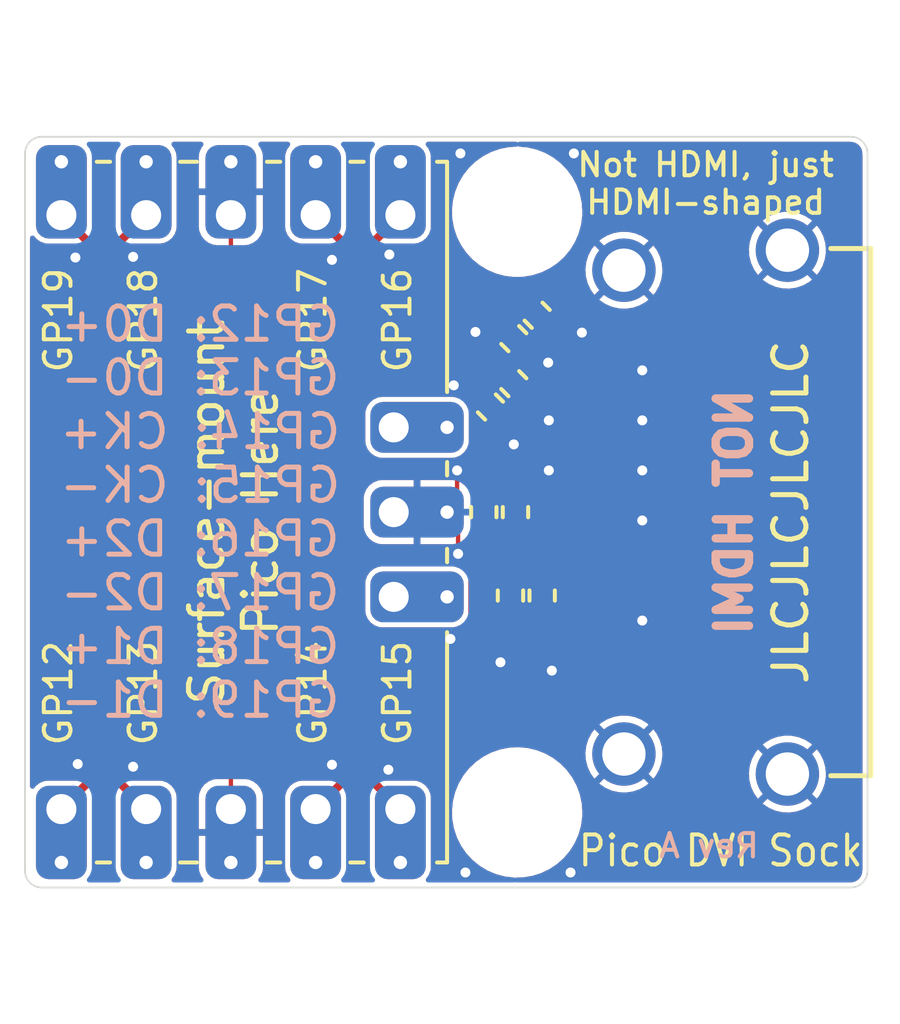
<source format=kicad_pcb>
(kicad_pcb (version 20210126) (generator pcbnew)
  (layers (0 "F.Cu" signal) (31 "B.Cu" signal) (34 "B.Paste" user) (35 "F.Paste" user) (36 "B.SilkS" user "B.Silkscreen") (37 "F.SilkS" user "F.Silkscreen") (38 "B.Mask" user) (39 "F.Mask" user) (44 "Edge.Cuts" user))
  (net 0 "")
  (net 1 "/PICO_CK-")
  (net 2 "/PICO_CK+")
  (net 3 "GND")
  (net 4 "/PICO_D0-")
  (net 5 "/PICO_D0+")
  (net 6 "/PICO_D1-")
  (net 7 "/PICO_D1+")
  (net 8 "/PICO_D2-")
  (net 9 "/PICO_D2+")
  (net 12 "/D2+")
  (net 13 "/D2-")
  (net 14 "/D1+")
  (net 15 "/D1-")
  (net 16 "/D0+")
  (net 17 "/D0-")
  (net 18 "/CK+")
  (net 19 "/CK-")
  (footprint "dvi-sock:MH_Pico_M2ish" (layer "F.Cu") (at 156.5 94)
    (fp_text reference "REF**" hide)
    (fp_text value "MH_Pico_M2ish" hide)
    (pad "" np_thru_hole circle (at 0 0) (size 2.1 2.1) (drill 2.1) (layers F&B.Cu *.Mask) (clearance 0.9))
  )
  (footprint "Resistor_SMD:R_0402_1005Metric" (layer "F.Cu") (at 156.4 79.8 -45)
    (fp_text reference "R2" hide)
    (fp_text value "270")
    (fp_line (start -0.153641 -0.38) (end 0.153641 -0.38) (layer "F.SilkS") (width 0.12))
    (fp_line (start -0.153641 0.38) (end 0.153641 0.38) (layer "F.SilkS") (width 0.12))
    (pad "1" smd roundrect (at -0.51 0 315) (size 0.54 0.64) (layers "F.Cu" "F.Paste" "F.Mask") (net 8 "/PICO_D2-"))
    (pad "2" smd roundrect (at 0.51 0 315) (size 0.54 0.64) (layers "F.Cu" "F.Paste" "F.Mask") (net 13 "/D2-"))
  )
  (footprint "dvi-sock:MH_Pico_M2ish" (layer "F.Cu") (at 156.5 76)
    (fp_text reference "REF**" hide)
    (fp_text value "MH_Pico_M2ish" hide)
    (pad "" np_thru_hole circle (at 0 0) (size 2.1 2.1) (drill 2.1) (layers F&B.Cu *.Mask) (clearance 0.9))
  )
  (footprint "dvi-sock:castellated_2.54mm_smd_x5" (layer "F.Cu") (at 147.92 93.9)
    (fp_text reference "J1" hide)
    (fp_text value "Conn_01x05")
    (pad "1" thru_hole circle (at -5.08 1.6) (size 0.6 0.6) (drill 0.4) (layers *.Cu *.Mask) (net 5 "/PICO_D0+"))
    (pad "1" thru_hole roundrect (at -5.08 0) (size 1.524 2.8) (drill 0.9 (offset 0 0.7)) (layers *.Cu *.Mask) (net 5 "/PICO_D0+"))
    (pad "2" thru_hole roundrect (at -2.54 0) (size 1.524 2.8) (drill 0.9 (offset 0 0.7)) (layers *.Cu *.Mask) (net 4 "/PICO_D0-"))
    (pad "2" thru_hole circle (at -2.54 1.6) (size 0.6 0.6) (drill 0.4) (layers *.Cu *.Mask) (net 4 "/PICO_D0-"))
    (pad "3" thru_hole roundrect (at 0 0) (size 1.524 2.8) (drill 0.9 (offset 0 0.7)) (layers *.Cu *.Mask) (net 3 "GND"))
    (pad "3" thru_hole circle (at 0 1.6) (size 0.6 0.6) (drill 0.4) (layers *.Cu *.Mask) (net 3 "GND"))
    (pad "4" thru_hole circle (at 2.54 1.6) (size 0.6 0.6) (drill 0.4) (layers *.Cu *.Mask) (net 2 "/PICO_CK+"))
    (pad "4" thru_hole roundrect (at 2.54 0) (size 1.524 2.8) (drill 0.9 (offset 0 0.7)) (layers *.Cu *.Mask) (net 2 "/PICO_CK+"))
    (pad "5" thru_hole circle (at 5.08 1.6) (size 0.6 0.6) (drill 0.4) (layers *.Cu *.Mask) (net 1 "/PICO_CK-"))
    (pad "5" thru_hole roundrect (at 5.08 0) (size 1.524 2.8) (drill 0.9 (offset 0 0.7)) (layers *.Cu *.Mask) (net 1 "/PICO_CK-"))
  )
  (footprint "Resistor_SMD:R_0402_1005Metric" (layer "F.Cu") (at 157.25 87.5 90)
    (fp_text reference "R8" hide)
    (fp_text value "270")
    (fp_line (start -0.153641 0.38) (end 0.153641 0.38) (layer "F.SilkS") (width 0.12))
    (fp_line (start -0.153641 -0.38) (end 0.153641 -0.38) (layer "F.SilkS") (width 0.12))
    (pad "1" smd roundrect (at -0.51 0 90) (size 0.54 0.64) (layers "F.Cu" "F.Paste" "F.Mask") (net 1 "/PICO_CK-"))
    (pad "2" smd roundrect (at 0.51 0 90) (size 0.54 0.64) (layers "F.Cu" "F.Paste" "F.Mask") (net 19 "/CK-"))
  )
  (footprint "Resistor_SMD:R_0402_1005Metric" (layer "F.Cu") (at 156.45 85 90)
    (fp_text reference "R6" hide)
    (fp_text value "270")
    (fp_line (start -0.153641 0.38) (end 0.153641 0.38) (layer "F.SilkS") (width 0.12))
    (fp_line (start -0.153641 -0.38) (end 0.153641 -0.38) (layer "F.SilkS") (width 0.12))
    (pad "1" smd roundrect (at -0.51 0 90) (size 0.54 0.64) (layers "F.Cu" "F.Paste" "F.Mask") (net 4 "/PICO_D0-"))
    (pad "2" smd roundrect (at 0.51 0 90) (size 0.54 0.64) (layers "F.Cu" "F.Paste" "F.Mask") (net 17 "/D0-"))
  )
  (footprint "Resistor_SMD:R_0402_1005Metric" (layer "F.Cu") (at 157.1 79.1 -45)
    (fp_text reference "R1" hide)
    (fp_text value "270")
    (fp_line (start -0.153641 0.38) (end 0.153641 0.38) (layer "F.SilkS") (width 0.12))
    (fp_line (start -0.153641 -0.38) (end 0.153641 -0.38) (layer "F.SilkS") (width 0.12))
    (pad "1" smd roundrect (at -0.51 0 315) (size 0.54 0.64) (layers "F.Cu" "F.Paste" "F.Mask") (net 9 "/PICO_D2+"))
    (pad "2" smd roundrect (at 0.51 0 315) (size 0.54 0.64) (layers "F.Cu" "F.Paste" "F.Mask") (net 12 "/D2+"))
  )
  (footprint "Resistor_SMD:R_0402_1005Metric" (layer "F.Cu") (at 156.3 87.5 90)
    (fp_text reference "R7" hide)
    (fp_text value "270")
    (fp_line (start -0.153641 0.38) (end 0.153641 0.38) (layer "F.SilkS") (width 0.12))
    (fp_line (start -0.153641 -0.38) (end 0.153641 -0.38) (layer "F.SilkS") (width 0.12))
    (pad "1" smd roundrect (at -0.51 0 90) (size 0.54 0.64) (layers "F.Cu" "F.Paste" "F.Mask") (net 2 "/PICO_CK+"))
    (pad "2" smd roundrect (at 0.51 0 90) (size 0.54 0.64) (layers "F.Cu" "F.Paste" "F.Mask") (net 18 "/CK+"))
  )
  (footprint "Resistor_SMD:R_0402_1005Metric" (layer "F.Cu") (at 156.4 81.15 -45)
    (fp_text reference "R3" hide)
    (fp_text value "270")
    (fp_line (start -0.153641 -0.38) (end 0.153641 -0.38) (layer "F.SilkS") (width 0.12))
    (fp_line (start -0.153641 0.38) (end 0.153641 0.38) (layer "F.SilkS") (width 0.12))
    (pad "1" smd roundrect (at -0.51 0 315) (size 0.54 0.64) (layers "F.Cu" "F.Paste" "F.Mask") (net 7 "/PICO_D1+"))
    (pad "2" smd roundrect (at 0.51 0 315) (size 0.54 0.64) (layers "F.Cu" "F.Paste" "F.Mask") (net 14 "/D1+"))
  )
  (footprint "dvi-sock:castellated_2.54mm_smd_x5" (layer "F.Cu") (at 147.92 76.1 180)
    (fp_text reference "J2" hide)
    (fp_text value "Conn_01x05")
    (pad "1" thru_hole circle (at -5.08 1.6 180) (size 0.6 0.6) (drill 0.4) (layers *.Cu *.Mask) (net 9 "/PICO_D2+"))
    (pad "1" thru_hole roundrect (at -5.08 0 180) (size 1.524 2.8) (drill 0.9 (offset 0 0.7)) (layers *.Cu *.Mask) (net 9 "/PICO_D2+"))
    (pad "2" thru_hole roundrect (at -2.54 0 180) (size 1.524 2.8) (drill 0.9 (offset 0 0.7)) (layers *.Cu *.Mask) (net 8 "/PICO_D2-"))
    (pad "2" thru_hole circle (at -2.54 1.6 180) (size 0.6 0.6) (drill 0.4) (layers *.Cu *.Mask) (net 8 "/PICO_D2-"))
    (pad "3" thru_hole roundrect (at 0 0 180) (size 1.524 2.8) (drill 0.9 (offset 0 0.7)) (layers *.Cu *.Mask) (net 3 "GND"))
    (pad "3" thru_hole circle (at 0 1.6 180) (size 0.6 0.6) (drill 0.4) (layers *.Cu *.Mask) (net 3 "GND"))
    (pad "4" thru_hole circle (at 2.54 1.6 180) (size 0.6 0.6) (drill 0.4) (layers *.Cu *.Mask) (net 7 "/PICO_D1+"))
    (pad "4" thru_hole roundrect (at 2.54 0 180) (size 1.524 2.8) (drill 0.9 (offset 0 0.7)) (layers *.Cu *.Mask) (net 7 "/PICO_D1+"))
    (pad "5" thru_hole circle (at 5.08 1.6 180) (size 0.6 0.6) (drill 0.4) (layers *.Cu *.Mask) (net 6 "/PICO_D1-"))
    (pad "5" thru_hole roundrect (at 5.08 0 180) (size 1.524 2.8) (drill 0.9 (offset 0 0.7)) (layers *.Cu *.Mask) (net 6 "/PICO_D1-"))
  )
  (footprint "dvi-sock:castellated_2.54mm_smd_x3" (layer "F.Cu") (at 152.8 85 90)
    (fp_text reference "J3" hide)
    (fp_text value "Conn_01x03")
    (pad "1" thru_hole roundrect (at -2.54 0 90) (size 1.524 2.8) (drill 0.9 (offset 0 0.7)) (layers *.Cu *.Mask))
    (pad "1" thru_hole circle (at -2.54 1.6 90) (size 0.6 0.6) (drill 0.4) (layers *.Cu *.Mask))
    (pad "2" thru_hole roundrect (at 0 0 90) (size 1.524 2.8) (drill 0.9 (offset 0 0.7)) (layers *.Cu *.Mask) (net 3 "GND"))
    (pad "2" thru_hole circle (at 0 1.6 90) (size 0.6 0.6) (drill 0.4) (layers *.Cu *.Mask) (net 3 "GND"))
    (pad "3" thru_hole circle (at 2.54 1.6 90) (size 0.6 0.6) (drill 0.4) (layers *.Cu *.Mask))
    (pad "3" thru_hole roundrect (at 2.54 0 90) (size 1.524 2.8) (drill 0.9 (offset 0 0.7)) (layers *.Cu *.Mask))
  )
  (footprint "Resistor_SMD:R_0402_1005Metric" (layer "F.Cu") (at 155.5 85 90)
    (fp_text reference "R5" hide)
    (fp_text value "270")
    (fp_line (start -0.153641 -0.38) (end 0.153641 -0.38) (layer "F.SilkS") (width 0.12))
    (fp_line (start -0.153641 0.38) (end 0.153641 0.38) (layer "F.SilkS") (width 0.12))
    (pad "1" smd roundrect (at -0.51 0 90) (size 0.54 0.64) (layers "F.Cu" "F.Paste" "F.Mask") (net 5 "/PICO_D0+"))
    (pad "2" smd roundrect (at 0.51 0 90) (size 0.54 0.64) (layers "F.Cu" "F.Paste" "F.Mask") (net 16 "/D0+"))
  )
  (footprint "dvi-sock:HDMI-SS-53000" (layer "F.Cu") (at 159.7 85 -90)
    (fp_text reference "J4" hide)
    (fp_text value "NOT_HDMI_A")
    (fp_line (start -7.9 -7.4) (end 7.9 -7.4) (layer "F.SilkS") (width 0.15))
    (fp_line (start -7.9 -7.4) (end -7.9 -6.2) (layer "F.SilkS") (width 0.15))
    (fp_line (start 7.9 -7.4) (end 7.9 -6.2) (layer "F.SilkS") (width 0.15))
    (pad "1" smd rect (at -4.75 0.9 270) (size 0.3 1.9) (layers "F.Cu" "F.Paste" "F.Mask") (net 12 "/D2+"))
    (pad "2" smd rect (at -4.25 0.9 270) (size 0.3 1.9) (layers "F.Cu" "F.Paste" "F.Mask") (net 3 "GND"))
    (pad "3" smd rect (at -3.75 0.9 270) (size 0.3 1.9) (layers "F.Cu" "F.Paste" "F.Mask") (net 13 "/D2-"))
    (pad "4" smd rect (at -3.25 0.9 270) (size 0.3 1.9) (layers "F.Cu" "F.Paste" "F.Mask") (net 14 "/D1+"))
    (pad "5" smd rect (at -2.75 0.9 270) (size 0.3 1.9) (layers "F.Cu" "F.Paste" "F.Mask") (net 3 "GND"))
    (pad "6" smd rect (at -2.25 0.9 270) (size 0.3 1.9) (layers "F.Cu" "F.Paste" "F.Mask") (net 15 "/D1-"))
    (pad "7" smd rect (at -1.75 0.9 270) (size 0.3 1.9) (layers "F.Cu" "F.Paste" "F.Mask") (net 16 "/D0+"))
    (pad "8" smd rect (at -1.25 0.9 270) (size 0.3 1.9) (layers "F.Cu" "F.Paste" "F.Mask") (net 3 "GND"))
    (pad "9" smd rect (at -0.75 0.9 270) (size 0.3 1.9) (layers "F.Cu" "F.Paste" "F.Mask") (net 17 "/D0-"))
    (pad "10" smd rect (at -0.25 0.9 270) (size 0.3 1.9) (layers "F.Cu" "F.Paste" "F.Mask") (net 18 "/CK+"))
    (pad "11" smd rect (at 0.25 0.9 270) (size 0.3 1.9) (layers "F.Cu" "F.Paste" "F.Mask") (net 3 "GND"))
    (pad "12" smd rect (at 0.75 0.9 270) (size 0.3 1.9) (layers "F.Cu" "F.Paste" "F.Mask") (net 19 "/CK-"))
    (pad "13" smd rect (at 1.25 0.9 270) (size 0.3 1.9) (layers "F.Cu" "F.Paste" "F.Mask"))
    (pad "14" smd rect (at 1.75 0.9 270) (size 0.3 1.9) (layers "F.Cu" "F.Paste" "F.Mask"))
    (pad "15" smd rect (at 2.25 0.9 270) (size 0.3 1.9) (layers "F.Cu" "F.Paste" "F.Mask"))
    (pad "16" smd rect (at 2.75 0.9 270) (size 0.3 1.9) (layers "F.Cu" "F.Paste" "F.Mask"))
    (pad "17" smd rect (at 3.25 0.9 270) (size 0.3 1.9) (layers "F.Cu" "F.Paste" "F.Mask") (net 3 "GND"))
    (pad "18" smd rect (at 3.75 0.9 270) (size 0.3 1.9) (layers "F.Cu" "F.Paste" "F.Mask"))
    (pad "19" smd rect (at 4.25 0.9 270) (size 0.3 1.9) (layers "F.Cu" "F.Paste" "F.Mask"))
    (pad "SH" thru_hole circle (at -7.85 -4.9 270) (size 1.9 1.9) (drill 1.3) (layers *.Cu *.Mask) (net 3 "GND"))
    (pad "SH" thru_hole circle (at -7.25 0 270) (size 1.9 1.9) (drill 1.3) (layers *.Cu *.Mask) (net 3 "GND"))
    (pad "SH" thru_hole circle (at 7.25 0 270) (size 1.9 1.9) (drill 1.3) (layers *.Cu *.Mask) (net 3 "GND"))
    (pad "SH" thru_hole circle (at 7.85 -4.9 270) (size 1.9 1.9) (drill 1.3) (layers *.Cu *.Mask) (net 3 "GND"))
  )
  (footprint "Resistor_SMD:R_0402_1005Metric" (layer "F.Cu") (at 155.7 81.85 -45)
    (fp_text reference "R4" hide)
    (fp_text value "270")
    (fp_line (start -0.153641 -0.38) (end 0.153641 -0.38) (layer "F.SilkS") (width 0.12))
    (fp_line (start -0.153641 0.38) (end 0.153641 0.38) (layer "F.SilkS") (width 0.12))
    (pad "1" smd roundrect (at -0.51 0 315) (size 0.54 0.64) (layers "F.Cu" "F.Paste" "F.Mask") (net 6 "/PICO_D1-"))
    (pad "2" smd roundrect (at 0.51 0 315) (size 0.54 0.64) (layers "F.Cu" "F.Paste" "F.Mask") (net 15 "/D1-"))
  )
  (gr_line (start 149 95.5) (end 149.4 95.5) (layer "F.SilkS") (width 0.12))
  (gr_line (start 154.4 74.5) (end 154.1 74.5) (layer "F.SilkS") (width 0.12))
  (gr_line (start 151.5 95.5) (end 151.9 95.5) (layer "F.SilkS") (width 0.12))
  (gr_line (start 154.4 81.4) (end 154.4 74.5) (layer "F.SilkS") (width 0.12))
  (gr_line (start 143.9 95.5) (end 144.3 95.5) (layer "F.SilkS") (width 0.12))
  (gr_line (start 144.3 74.5) (end 143.9 74.5) (layer "F.SilkS") (width 0.12))
  (gr_line (start 154.4 86.1) (end 154.4 86.5) (layer "F.SilkS") (width 0.12))
  (gr_line (start 151.9 74.5) (end 151.5 74.5) (layer "F.SilkS") (width 0.12))
  (gr_line (start 154.4 88.6) (end 154.4 95.5) (layer "F.SilkS") (width 0.12))
  (gr_line (start 146.9 74.5) (end 146.4 74.5) (layer "F.SilkS") (width 0.12))
  (gr_line (start 149.4 74.5) (end 149 74.5) (layer "F.SilkS") (width 0.12))
  (gr_line (start 154.4 83.5) (end 154.4 83.9) (layer "F.SilkS") (width 0.12))
  (gr_line (start 154.4 95.5) (end 154.1 95.5) (layer "F.SilkS") (width 0.12))
  (gr_line (start 146.4 95.5) (end 146.9 95.5) (layer "F.SilkS") (width 0.12))
  (gr_arc (start 142.25 95.75) (end 142.25 96.25) (angle 90) (layer "Edge.Cuts") (width 0.05))
  (gr_line (start 166.5 96.25) (end 142.25 96.25) (layer "Edge.Cuts") (width 0.05))
  (gr_line (start 142.25 73.75) (end 166.5 73.75) (layer "Edge.Cuts") (width 0.05))
  (gr_arc (start 166.5 74.25) (end 166.5 73.75) (angle 90) (layer "Edge.Cuts") (width 0.05))
  (gr_arc (start 166.5 95.75) (end 167 95.75) (angle 90) (layer "Edge.Cuts") (width 0.05))
  (gr_line (start 141.75 95.75) (end 141.75 74.25) (layer "Edge.Cuts") (width 0.05))
  (gr_line (start 167 74.25) (end 167 95.75) (layer "Edge.Cuts") (width 0.05))
  (gr_arc (start 142.25 74.25) (end 142.25 73.75) (angle -90) (layer "Edge.Cuts") (width 0.05))
  (gr_text "NOT HDMI" (at 163 85 90) (layer "B.SilkS") (effects (font (size 1 1) (thickness 0.25)) (justify mirror)))
  (gr_text "GP12: D0+\nGP13: D0-\nGP14: CK+\nGP15: CK-\nGP16: D2+\nGP17: D2-\nGP18: D1+\nGP19: D1-" (at 147 85) (layer "B.SilkS") (effects (font (size 1 1)) (justify mirror)))
  (gr_text "Rev A" (at 162.25 95) (layer "B.SilkS") (effects (font (size 0.7 0.7) (thickness 0.12)) (justify mirror)))
  (gr_text "Pico DVI Sock" (at 162.6 95.15) (layer "F.SilkS") (effects (font (size 0.9 0.8) (thickness 0.12))))
  (gr_text "GP17" (at 150.368 79.248 90) (layer "F.SilkS") (effects (font (size 0.8 0.8) (thickness 0.12))))
  (gr_text "GP16" (at 152.908 79.248 90) (layer "F.SilkS") (effects (font (size 0.8 0.8) (thickness 0.12))))
  (gr_text "GP19" (at 142.748 79.248 90) (layer "F.SilkS") (effects (font (size 0.8 0.8) (thickness 0.12))))
  (gr_text "JLCJLCJLCJLC" (at 164.7 85 90) (layer "F.SilkS") (effects (font (size 1 1))))
  (gr_text "GP15" (at 152.908 90.424 90) (layer "F.SilkS") (effects (font (size 0.8 0.8) (thickness 0.12))))
  (gr_text "Surface-mount\nPico Here" (at 148 85 90) (layer "F.SilkS") (effects (font (size 1 1))))
  (gr_text "GP13" (at 145.288 90.424 90) (layer "F.SilkS") (effects (font (size 0.8 0.8) (thickness 0.12))))
  (gr_text "Not HDMI, just\nHDMI-shaped" (at 162.15 75.15) (layer "F.SilkS") (effects (font (size 0.7 0.7) (thickness 0.12))))
  (gr_text "GP14" (at 150.368 90.424 90) (layer "F.SilkS") (effects (font (size 0.8 0.8) (thickness 0.12))))
  (gr_text "GP12" (at 142.748 90.424 90) (layer "F.SilkS") (effects (font (size 0.8 0.8) (thickness 0.12))))
  (gr_text "GP18" (at 145.288 79.248 90) (layer "F.SilkS") (effects (font (size 0.8 0.8) (thickness 0.12))))
  (segment (start 153 93.9) (end 151.92 92.82) (width 0.25) (layer "F.Cu") (net 1))
  (segment (start 152.128702 92.14) (end 154.928702 92.14) (width 0.25) (layer "F.Cu") (net 1))
  (segment (start 154.928702 92.14) (end 156.965 90.103702) (width 0.25) (layer "F.Cu") (net 1))
  (segment (start 151.92 92.348702) (end 152.128702 92.14) (width 0.25) (layer "F.Cu") (net 1))
  (segment (start 156.965 88.295) (end 157.25 88.01) (width 0.25) (layer "F.Cu") (net 1))
  (segment (start 156.965 90.103702) (end 156.965 88.295) (width 0.25) (layer "F.Cu") (net 1))
  (segment (start 151.92 92.82) (end 151.92 92.348702) (width 0.25) (layer "F.Cu") (net 1))
  (segment (start 151.54 92.82) (end 151.54 92.191298) (width 0.25) (layer "F.Cu") (net 2))
  (segment (start 151.54 92.191298) (end 151.971298 91.76) (width 0.25) (layer "F.Cu") (net 2))
  (segment (start 156.585 88.295) (end 156.3 88.01) (width 0.25) (layer "F.Cu") (net 2))
  (segment (start 154.771298 91.76) (end 156.585 89.946298) (width 0.25) (layer "F.Cu") (net 2))
  (segment (start 156.585 89.946298) (end 156.585 88.295) (width 0.25) (layer "F.Cu") (net 2))
  (segment (start 151.971298 91.76) (end 154.771298 91.76) (width 0.25) (layer "F.Cu") (net 2))
  (segment (start 150.46 93.9) (end 151.54 92.82) (width 0.25) (layer "F.Cu") (net 2))
  (segment (start 147.92 77.18) (end 147.9 77.2) (width 0.13) (layer "F.Cu") (net 3))
  (segment (start 154.73 85.33) (end 154.4 85) (width 0.13) (layer "F.Cu") (net 3))
  (segment (start 154.7 83.75) (end 154.7 84.7) (width 0.13) (layer "F.Cu") (net 3))
  (segment (start 147.92 76.1) (end 147.92 77.18) (width 0.13) (layer "F.Cu") (net 3))
  (segment (start 147.92 93.9) (end 147.92 92.87) (width 0.13) (layer "F.Cu") (net 3))
  (segment (start 154.73 86.25) (end 154.73 85.33) (width 0.13) (layer "F.Cu") (net 3))
  (segment (start 154.7 84.7) (end 154.4 85) (width 0.13) (layer "F.Cu") (net 3))
  (segment (start 147.92 92.87) (end 147.9 92.85) (width 0.13) (layer "F.Cu") (net 3))
  (via (at 143.26 77.37) (size 0.6) (drill 0.3) (layers "F.Cu" "B.Cu") (net 3))
  (via (at 156 89.5) (size 0.6) (drill 0.3) (layers "F.Cu" "B.Cu") (net 3))
  (via (at 158.44 79.62) (size 0.6) (drill 0.3) (layers "F.Cu" "B.Cu") (net 3))
  (via (at 154.7 83.75) (size 0.6) (drill 0.3) (layers "F.Cu" "B.Cu") (net 3))
  (via (at 150.95 92.57) (size 0.6) (drill 0.3) (layers "F.Cu" "B.Cu") (net 3))
  (via (at 160.25 83.75) (size 0.6) (drill 0.3) (layers "F.Cu" "B.Cu") (net 3))
  (via (at 157.43 80.52) (size 0.6) (drill 0.3) (layers "F.Cu" "B.Cu") (net 3))
  (via (at 157.54 89.75) (size 0.6) (drill 0.3) (layers "F.Cu" "B.Cu") (net 3))
  (via (at 160.25 82.25) (size 0.6) (drill 0.3) (layers "F.Cu" "B.Cu") (net 3))
  (via (at 160.25 80.75) (size 0.6) (drill 0.3) (layers "F.Cu" "B.Cu") (net 3))
  (via (at 160.25 88.25) (size 0.6) (drill 0.3) (layers "F.Cu" "B.Cu") (net 3))
  (via (at 157.45 82.25) (size 0.6) (drill 0.3) (layers "F.Cu" "B.Cu") (net 3))
  (via (at 154.8 74.25) (size 0.6) (drill 0.3) (layers "F.Cu" "B.Cu") (net 3))
  (via (at 152.64 92.72) (size 0.6) (drill 0.3) (layers "F.Cu" "B.Cu") (net 3))
  (via (at 143.33 92.55) (size 0.6) (drill 0.3) (layers "F.Cu" "B.Cu") (net 3))
  (via (at 157.45 83.75) (size 0.6) (drill 0.3) (layers "F.Cu" "B.Cu") (net 3))
  (via (at 154.6 81.2) (size 0.6) (drill 0.3) (layers "F.Cu" "B.Cu") (net 3))
  (via (at 154.95 95.8) (size 0.6) (drill 0.3) (layers "F.Cu" "B.Cu") (net 3))
  (via (at 156.4 82.97) (size 0.6) (drill 0.3) (layers "F.Cu" "B.Cu") (net 3))
  (via (at 152.67 77.28) (size 0.6) (drill 0.3) (layers "F.Cu" "B.Cu") (net 3))
  (via (at 155.25 79.6) (size 0.6) (drill 0.3) (layers "F.Cu" "B.Cu") (net 3))
  (via (at 158.2 74.25) (size 0.6) (drill 0.3) (layers "F.Cu" "B.Cu") (net 3))
  (via (at 160.25 85.25) (size 0.6) (drill 0.3) (layers "F.Cu" "B.Cu") (net 3))
  (via (at 144.99 92.63) (size 0.6) (drill 0.3) (layers "F.Cu" "B.Cu") (net 3))
  (via (at 154.5 88.8) (size 0.6) (drill 0.3) (layers "F.Cu" "B.Cu") (net 3))
  (via (at 158.1 95.8) (size 0.6) (drill 0.3) (layers "F.Cu" "B.Cu") (net 3))
  (via (at 144.99 77.35) (size 0.6) (drill 0.3) (layers "F.Cu" "B.Cu") (net 3))
  (via (at 150.95 77.44) (size 0.6) (drill 0.3) (layers "F.Cu" "B.Cu") (net 3))
  (via (at 154.73 86.25) (size 0.6) (drill 0.3) (layers "F.Cu" "B.Cu") (net 3))
  (segment (start 146.28743 90.49) (end 154.178702 90.49) (width 0.25) (layer "F.Cu") (net 4))
  (segment (start 145.38 93.9) (end 144.3 92.82) (width 0.25) (layer "F.Cu") (net 4))
  (segment (start 144.3 92.47743) (end 146.28743 90.49) (width 0.25) (layer "F.Cu") (net 4))
  (segment (start 156.165 85.795) (end 156.45 85.51) (width 0.25) (layer "F.Cu") (net 4))
  (segment (start 154.178702 90.49) (end 155.54 89.128702) (width 0.25) (layer "F.Cu") (net 4))
  (segment (start 155.54 89.128702) (end 155.54 86.828702) (width 0.25) (layer "F.Cu") (net 4))
  (segment (start 156.165 86.203702) (end 156.165 85.795) (width 0.25) (layer "F.Cu") (net 4))
  (segment (start 144.3 92.82) (end 144.3 92.47743) (width 0.25) (layer "F.Cu") (net 4))
  (segment (start 155.54 86.828702) (end 156.165 86.203702) (width 0.25) (layer "F.Cu") (net 4))
  (segment (start 142.84 93.9) (end 143.92 92.82) (width 0.25) (layer "F.Cu") (net 5))
  (segment (start 143.92 92.82) (end 143.92 92.32) (width 0.25) (layer "F.Cu") (net 5))
  (segment (start 155.16 88.971298) (end 155.16 86.671298) (width 0.25) (layer "F.Cu") (net 5))
  (segment (start 155.16 86.671298) (end 155.785 86.046298) (width 0.25) (layer "F.Cu") (net 5))
  (segment (start 155.785 86.046298) (end 155.785 85.795) (width 0.25) (layer "F.Cu") (net 5))
  (segment (start 146.13 90.11) (end 154.021298 90.11) (width 0.25) (layer "F.Cu") (net 5))
  (segment (start 154.021298 90.11) (end 155.16 88.971298) (width 0.25) (layer "F.Cu") (net 5))
  (segment (start 143.92 92.32) (end 146.13 90.11) (width 0.25) (layer "F.Cu") (net 5))
  (segment (start 155.785 85.795) (end 155.5 85.51) (width 0.25) (layer "F.Cu") (net 5))
  (segment (start 142.84 76.1) (end 143.92 77.18) (width 0.25) (layer "F.Cu") (net 6))
  (segment (start 143.92 77.688702) (end 146.571298 80.34) (width 0.25) (layer "F.Cu") (net 6))
  (segment (start 154.621299 80.34) (end 155.339376 81.058077) (width 0.25) (layer "F.Cu") (net 6))
  (segment (start 146.571298 80.34) (end 154.621299 80.34) (width 0.25) (layer "F.Cu") (net 6))
  (segment (start 143.92 77.18) (end 143.92 77.688702) (width 0.25) (layer "F.Cu") (net 6))
  (segment (start 155.339376 81.058077) (end 155.339376 81.489376) (width 0.25) (layer "F.Cu") (net 6))
  (segment (start 155.608077 80.789376) (end 156.039376 80.789376) (width 0.25) (layer "F.Cu") (net 7))
  (segment (start 154.778701 79.96) (end 155.608077 80.789376) (width 0.25) (layer "F.Cu") (net 7))
  (segment (start 144.3 77.531298) (end 146.728702 79.96) (width 0.25) (layer "F.Cu") (net 7))
  (segment (start 144.3 77.18) (end 144.3 77.531298) (width 0.25) (layer "F.Cu") (net 7))
  (segment (start 146.728702 79.96) (end 154.778701 79.96) (width 0.25) (layer "F.Cu") (net 7))
  (segment (start 145.38 76.1) (end 144.3 77.18) (width 0.25) (layer "F.Cu") (net 7))
  (segment (start 156.039376 79.008077) (end 156.039376 79.439376) (width 0.25) (layer "F.Cu") (net 8))
  (segment (start 155.821299 78.79) (end 156.039376 79.008077) (width 0.25) (layer "F.Cu") (net 8))
  (segment (start 151.54 77.18) (end 151.54 77.558702) (width 0.25) (layer "F.Cu") (net 8))
  (segment (start 150.46 76.1) (end 151.54 77.18) (width 0.25) (layer "F.Cu") (net 8))
  (segment (start 151.54 77.558702) (end 152.771298 78.79) (width 0.25) (layer "F.Cu") (net 8))
  (segment (start 152.771298 78.79) (end 155.821299 78.79) (width 0.25) (layer "F.Cu") (net 8))
  (segment (start 151.92 77.18) (end 151.92 77.401298) (width 0.25) (layer "F.Cu") (net 9))
  (segment (start 151.92 77.401298) (end 152.928702 78.41) (width 0.25) (layer "F.Cu") (net 9))
  (segment (start 156.308077 78.739376) (end 156.739376 78.739376) (width 0.25) (layer "F.Cu") (net 9))
  (segment (start 152.928702 78.41) (end 155.978701 78.41) (width 0.25) (layer "F.Cu") (net 9))
  (segment (start 153 76.1) (end 151.92 77.18) (width 0.25) (layer "F.Cu") (net 9))
  (segment (start 155.978701 78.41) (end 156.308077 78.739376) (width 0.25) (layer "F.Cu") (net 9))
  (segment (start 157.460624 79.689207) (end 158.021417 80.25) (width 0.25) (layer "F.Cu") (net 12))
  (segment (start 157.460624 79.460624) (end 157.460624 79.689207) (width 0.25) (layer "F.Cu") (net 12))
  (segment (start 158.021417 80.25) (end 158.8 80.25) (width 0.25) (layer "F.Cu") (net 12))
  (segment (start 156.760624 80.160624) (end 156.967959 80.160624) (width 0.25) (layer "F.Cu") (net 13))
  (segment (start 156.874989 80.786406) (end 157.163594 81.075011) (width 0.25) (layer "F.Cu") (net 13))
  (segment (start 157.605011 81.075011) (end 157.78 81.25) (width 0.25) (layer "F.Cu") (net 13))
  (segment (start 156.967959 80.160624) (end 156.874989 80.253594) (width 0.25) (layer "F.Cu") (net 13))
  (segment (start 156.874989 80.253594) (end 156.874989 80.786406) (width 0.25) (layer "F.Cu") (net 13))
  (segment (start 157.163594 81.075011) (end 157.605011 81.075011) (width 0.25) (layer "F.Cu") (net 13))
  (segment (start 157.78 81.25) (end 158.8 81.25) (width 0.25) (layer "F.Cu") (net 13))
  (segment (start 156.760624 81.510624) (end 156.944989 81.694989) (width 0.25) (layer "F.Cu") (net 14))
  (segment (start 157.716406 81.694989) (end 157.771417 81.75) (width 0.25) (layer "F.Cu") (net 14))
  (segment (start 156.944989 81.694989) (end 157.716406 81.694989) (width 0.25) (layer "F.Cu") (net 14))
  (segment (start 157.771417 81.75) (end 158.8 81.75) (width 0.25) (layer "F.Cu") (net 14))
  (segment (start 157.716406 82.805011) (end 157.771417 82.75) (width 0.25) (layer "F.Cu") (net 15))
  (segment (start 156.491923 82.210624) (end 157.08631 82.805011) (width 0.25) (layer "F.Cu") (net 15))
  (segment (start 156.060624 82.210624) (end 156.491923 82.210624) (width 0.25) (layer "F.Cu") (net 15))
  (segment (start 157.771417 82.75) (end 158.8 82.75) (width 0.25) (layer "F.Cu") (net 15))
  (segment (start 157.08631 82.805011) (end 157.716406 82.805011) (width 0.25) (layer "F.Cu") (net 15))
  (segment (start 156.894989 83.483594) (end 157.183594 83.194989) (width 0.25) (layer "F.Cu") (net 16))
  (segment (start 157.771417 83.25) (end 158.8 83.25) (width 0.25) (layer "F.Cu") (net 16))
  (segment (start 156.43 83.56) (end 156.894989 83.56) (width 0.25) (layer "F.Cu") (net 16))
  (segment (start 157.183594 83.194989) (end 157.716406 83.194989) (width 0.25) (layer "F.Cu") (net 16))
  (segment (start 156.894989 83.56) (end 156.894989 83.483594) (width 0.25) (layer "F.Cu") (net 16))
  (segment (start 155.5 84.49) (end 156.43 83.56) (width 0.25) (layer "F.Cu") (net 16))
  (segment (start 157.716406 83.194989) (end 157.771417 83.25) (width 0.25) (layer "F.Cu") (net 16))
  (segment (start 156.894989 84.016406) (end 157.183594 84.305011) (width 0.25) (layer "F.Cu") (net 17))
  (segment (start 157.183594 84.305011) (end 157.716406 84.305011) (width 0.25) (layer "F.Cu") (net 17))
  (segment (start 156.45 84.077402) (end 156.510996 84.016406) (width 0.25) (layer "F.Cu") (net 17))
  (segment (start 157.771417 84.25) (end 158.8 84.25) (width 0.25) (layer "F.Cu") (net 17))
  (segment (start 156.510996 84.016406) (end 156.894989 84.016406) (width 0.25) (layer "F.Cu") (net 17))
  (segment (start 156.45 84.49) (end 156.45 84.077402) (width 0.25) (layer "F.Cu") (net 17))
  (segment (start 157.716406 84.305011) (end 157.771417 84.25) (width 0.25) (layer "F.Cu") (net 17))
  (segment (start 157.815 84.75) (end 158.8 84.75) (width 0.25) (layer "F.Cu") (net 18))
  (segment (start 156.6 86.69) (end 156.6 86.35355) (width 0.25) (layer "F.Cu") (net 18))
  (segment (start 156.3 86.99) (end 156.6 86.69) (width 0.25) (layer "F.Cu") (net 18))
  (segment (start 157.55 85.015) (end 157.815 84.75) (width 0.25) (layer "F.Cu") (net 18))
  (segment (start 157.55 85.40355) (end 157.55 85.015) (width 0.25) (layer "F.Cu") (net 18))
  (segment (start 156.6 86.35355) (end 157.55 85.40355) (width 0.25) (layer "F.Cu") (net 18))
  (segment (start 157.74098 85.75) (end 158.8 85.75) (width 0.25) (layer "F.Cu") (net 19))
  (segment (start 156.98002 86.73002) (end 156.98002 86.51096) (width 0.25) (layer "F.Cu") (net 19))
  (segment (start 157.24 86.99) (end 156.98002 86.73002) (width 0.25) (layer "F.Cu") (net 19))
  (segment (start 157.25 86.99) (end 157.24 86.99) (width 0.25) (layer "F.Cu") (net 19))
  (segment (start 156.98002 86.51096) (end 157.74098 85.75) (width 0.25) (layer "F.Cu") (net 19))
  (zone (net 0) (net_name "") (layer "F.Cu") (connect_pads (clearance 0)) (min_thickness 0.254)
    (keepout (tracks allowed) (vias allowed) (pads allowed) (copperpour not_allowed) (footprints allowed))
    (fill (thermal_gap 0.508) (thermal_bridge_width 0.508))
    (polygon (pts (xy 156.83 85.153641) (xy 155.05 85.153641) (xy 155.05 84.85) (xy 156.83 84.846359)))
  )
  (zone (net 3) (net_name "GND") (layers F&B.Cu) (connect_pads (clearance 0.15)) (min_thickness 0.15) (fill yes (thermal_gap 0.2) (thermal_bridge_width 0.2))
    (polygon (pts (xy 168 97) (xy 141 97) (xy 141 73) (xy 168 73)))
  )
)
</source>
